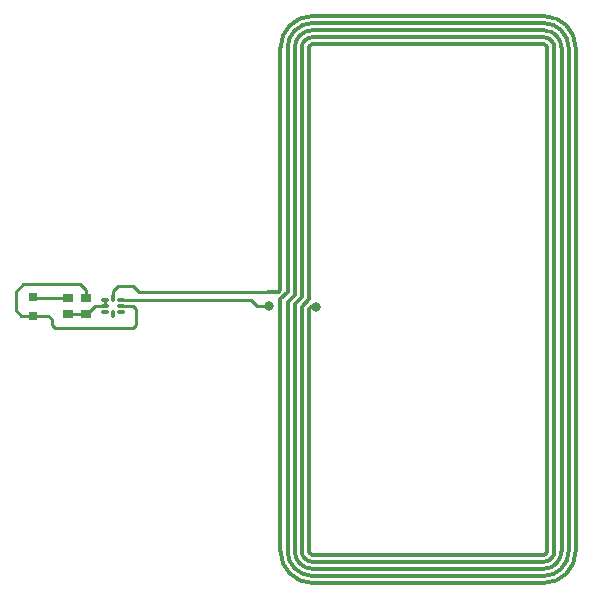
<source format=gbl>
G04*
G04 #@! TF.GenerationSoftware,Altium Limited,Altium Designer,24.1.2 (44)*
G04*
G04 Layer_Physical_Order=2*
G04 Layer_Color=16711680*
%FSLAX44Y44*%
%MOMM*%
G71*
G04*
G04 #@! TF.SameCoordinates,D3952CD8-D2C5-4FB3-AAAE-883DB83010C7*
G04*
G04*
G04 #@! TF.FilePolarity,Positive*
G04*
G01*
G75*
%ADD11C,0.2540*%
%ADD15C,0.8080*%
%ADD16C,0.3000*%
%ADD17R,0.7501X0.3000*%
%ADD18R,0.8000X0.8000*%
%ADD19R,0.9000X0.7000*%
G04:AMPARAMS|DCode=20|XSize=0.71mm|YSize=0.27mm|CornerRadius=0.0729mm|HoleSize=0mm|Usage=FLASHONLY|Rotation=180.000|XOffset=0mm|YOffset=0mm|HoleType=Round|Shape=RoundedRectangle|*
%AMROUNDEDRECTD20*
21,1,0.7100,0.1242,0,0,180.0*
21,1,0.5642,0.2700,0,0,180.0*
1,1,0.1458,-0.2821,0.0621*
1,1,0.1458,0.2821,0.0621*
1,1,0.1458,0.2821,-0.0621*
1,1,0.1458,-0.2821,-0.0621*
%
%ADD20ROUNDEDRECTD20*%
G04:AMPARAMS|DCode=21|XSize=0.7mm|YSize=0.27mm|CornerRadius=0.0729mm|HoleSize=0mm|Usage=FLASHONLY|Rotation=180.000|XOffset=0mm|YOffset=0mm|HoleType=Round|Shape=RoundedRectangle|*
%AMROUNDEDRECTD21*
21,1,0.7000,0.1242,0,0,180.0*
21,1,0.5542,0.2700,0,0,180.0*
1,1,0.1458,-0.2771,0.0621*
1,1,0.1458,0.2771,0.0621*
1,1,0.1458,0.2771,-0.0621*
1,1,0.1458,-0.2771,-0.0621*
%
%ADD21ROUNDEDRECTD21*%
G04:AMPARAMS|DCode=22|XSize=0.7mm|YSize=0.27mm|CornerRadius=0.0729mm|HoleSize=0mm|Usage=FLASHONLY|Rotation=90.000|XOffset=0mm|YOffset=0mm|HoleType=Round|Shape=RoundedRectangle|*
%AMROUNDEDRECTD22*
21,1,0.7000,0.1242,0,0,90.0*
21,1,0.5542,0.2700,0,0,90.0*
1,1,0.1458,0.0621,0.2771*
1,1,0.1458,0.0621,-0.2771*
1,1,0.1458,-0.0621,-0.2771*
1,1,0.1458,-0.0621,0.2771*
%
%ADD22ROUNDEDRECTD22*%
D11*
X423000Y270000D02*
X431100D01*
X416000Y263000D02*
X423000Y270000D01*
X415000Y263000D02*
X416000D01*
X431100Y270000D02*
Y275000D01*
X386080Y254000D02*
Y259080D01*
X388620Y251460D02*
X454660D01*
X386080Y254000D02*
X388620Y251460D01*
X454660D02*
X457200Y254000D01*
Y267460D01*
X383160Y262000D02*
X386080Y259080D01*
X360300Y262000D02*
X383160D01*
X355600Y266700D02*
Y281940D01*
X362240Y288580D02*
X409920D01*
X355600Y281940D02*
X362240Y288580D01*
X415000Y277000D02*
Y283500D01*
X409920Y288580D02*
X415000Y283500D01*
X355600Y266700D02*
X360300Y262000D01*
X445000Y270000D02*
X454660D01*
X457200Y267460D01*
X371000Y277000D02*
X400000D01*
X370000Y278000D02*
X371000Y277000D01*
X400000Y263000D02*
X415000D01*
X560000Y270000D02*
X570000D01*
X445000Y275000D02*
X555000D01*
X560000Y270000D01*
X441960Y287020D02*
X454660D01*
X459740Y281940D01*
X571500D01*
X438050Y283110D02*
X441960Y287020D01*
X438050Y276950D02*
Y283110D01*
D15*
X609600Y269240D02*
D03*
X570000Y270000D02*
D03*
D16*
X802851Y35591D02*
G03*
X829851Y62591I0J27000D01*
G01*
X802851Y41590D02*
G03*
X823849Y62591I-1J20999D01*
G01*
X802851Y47589D02*
G03*
X817850Y62591I-1J15000D01*
G01*
X802851Y53589D02*
G03*
X811850Y62591I-1J9000D01*
G01*
X802851Y59591D02*
G03*
X805851Y62591I0J3000D01*
G01*
X829851Y488589D02*
G03*
X802851Y515589I-27000J0D01*
G01*
X823849Y488589D02*
G03*
X802851Y509590I-20999J1D01*
G01*
X817850Y488589D02*
G03*
X802851Y503591I-15000J1D01*
G01*
X811850Y488589D02*
G03*
X802851Y497591I-9000J1D01*
G01*
X805851Y488589D02*
G03*
X802851Y491589I-3000J0D01*
G01*
X606849Y515589D02*
G03*
X579849Y488589I0J-27000D01*
G01*
X606849Y509590D02*
G03*
X585851Y488589I1J-20999D01*
G01*
X606849Y503591D02*
G03*
X591851Y488589I1J-15000D01*
G01*
X606849Y497591D02*
G03*
X597850Y488589I1J-9000D01*
G01*
X606849Y491589D02*
G03*
X603849Y488589I0J-3000D01*
G01*
X579849Y62591D02*
G03*
X606849Y35591I27000J0D01*
G01*
X585851Y62591D02*
G03*
X606849Y41590I20999J-1D01*
G01*
X591851Y62591D02*
G03*
X606849Y47589I15000J-1D01*
G01*
X597850Y62591D02*
G03*
X606849Y53589I9000J-1D01*
G01*
X603849Y62591D02*
G03*
X606849Y59591I3000J0D01*
G01*
X603849Y267589D02*
X605500Y269240D01*
X609600D01*
X579849Y283591D02*
Y488589D01*
X578200Y281940D02*
X579849Y283591D01*
X571500Y281940D02*
X578200D01*
X570230D02*
X571500D01*
X603849Y62591D02*
Y267589D01*
X579849Y62591D02*
Y275590D01*
X585851Y281590D01*
Y488589D01*
X591851Y62591D02*
Y271590D01*
X597850Y277589D01*
Y488589D01*
X585851Y62591D02*
Y273591D01*
X591851Y279590D01*
Y488589D01*
X597850Y269590D02*
X603849Y275590D01*
X597850Y62591D02*
Y269590D01*
X603849Y275590D02*
Y488589D01*
X606849Y35591D02*
X802851D01*
X606849Y41590D02*
X802851D01*
X606849Y47589D02*
X802851D01*
X606849Y53589D02*
X802851D01*
X606849Y59591D02*
X802851D01*
X606849Y515589D02*
X802851D01*
X606849Y509590D02*
X802851D01*
X606849Y503591D02*
X802851D01*
X606849Y497591D02*
X802851D01*
X606849Y491589D02*
X802851D01*
X829851Y62591D02*
Y488589D01*
X823849Y62591D02*
Y488589D01*
X817850Y62591D02*
Y488589D01*
X811850Y62591D02*
Y488589D01*
X805851Y62591D02*
Y488589D01*
D17*
X571500Y281940D02*
D03*
D18*
X370000Y278000D02*
D03*
Y262000D02*
D03*
D19*
X400000Y263000D02*
D03*
Y277000D02*
D03*
X415000Y263000D02*
D03*
Y277000D02*
D03*
D20*
X445000Y275000D02*
D03*
Y270000D02*
D03*
D21*
Y265000D02*
D03*
X431100D02*
D03*
Y270000D02*
D03*
Y275000D02*
D03*
D22*
X438050Y263050D02*
D03*
Y276950D02*
D03*
M02*

</source>
